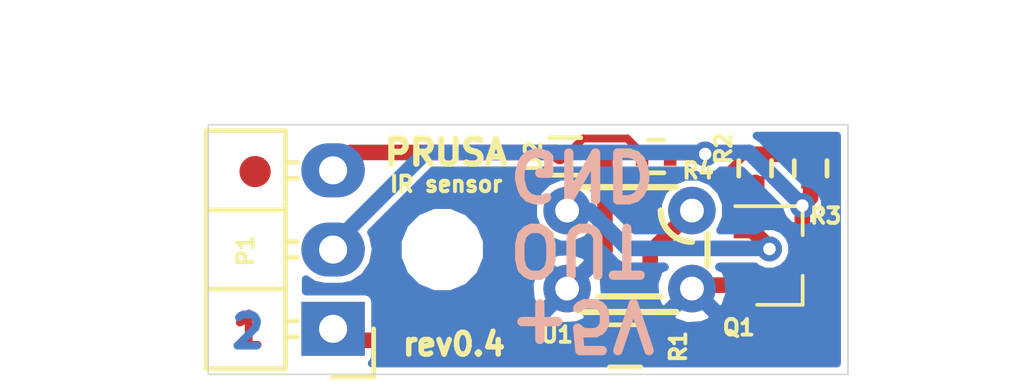
<source format=kicad_pcb>
(kicad_pcb (version 20171130) (host pcbnew 5.1.6~rc1+dfsg1-1)

  (general
    (thickness 1.6)
    (drawings 12)
    (tracks 53)
    (zones 0)
    (modules 11)
    (nets 7)
  )

  (page A4)
  (title_block
    (title "IR sensor")
    (rev 0.4)
    (company "Prusa Development a.s.")
    (comment 1 http://creativecommons.org/licenses/by-sa/4.0/)
    (comment 2 "Licensed under the Attribution-ShareAlike 4.0 International (CC BY-SA 4.0)")
  )

  (layers
    (0 F.Cu signal)
    (31 B.Cu signal)
    (32 B.Adhes user)
    (33 F.Adhes user)
    (34 B.Paste user)
    (35 F.Paste user)
    (36 B.SilkS user hide)
    (37 F.SilkS user)
    (38 B.Mask user)
    (39 F.Mask user)
    (40 Dwgs.User user)
    (41 Cmts.User user)
    (42 Eco1.User user)
    (43 Eco2.User user)
    (44 Edge.Cuts user)
    (45 Margin user)
    (46 B.CrtYd user hide)
    (47 F.CrtYd user)
    (48 B.Fab user hide)
    (49 F.Fab user hide)
  )

  (setup
    (last_trace_width 0.25)
    (user_trace_width 0.2)
    (user_trace_width 0.5)
    (trace_clearance 0.2)
    (zone_clearance 0.2)
    (zone_45_only no)
    (trace_min 0.2)
    (via_size 0.8)
    (via_drill 0.4)
    (via_min_size 0.4)
    (via_min_drill 0.3)
    (user_via 1.2 0.5)
    (uvia_size 0.3)
    (uvia_drill 0.1)
    (uvias_allowed no)
    (uvia_min_size 0.2)
    (uvia_min_drill 0.1)
    (edge_width 0.05)
    (segment_width 0.2)
    (pcb_text_width 0.3)
    (pcb_text_size 1.5 1.5)
    (mod_edge_width 0.12)
    (mod_text_size 1 1)
    (mod_text_width 0.15)
    (pad_size 2.032 1.7272)
    (pad_drill 0.9)
    (pad_to_mask_clearance 0.02)
    (solder_mask_min_width 0.25)
    (aux_axis_origin 0 0)
    (visible_elements FFFFFF7F)
    (pcbplotparams
      (layerselection 0x010f8_ffffffff)
      (usegerberextensions true)
      (usegerberattributes false)
      (usegerberadvancedattributes false)
      (creategerberjobfile false)
      (excludeedgelayer true)
      (linewidth 0.100000)
      (plotframeref false)
      (viasonmask false)
      (mode 1)
      (useauxorigin false)
      (hpglpennumber 1)
      (hpglpenspeed 20)
      (hpglpendiameter 15.000000)
      (psnegative false)
      (psa4output false)
      (plotreference true)
      (plotvalue true)
      (plotinvisibletext false)
      (padsonsilk false)
      (subtractmaskfromsilk false)
      (outputformat 1)
      (mirror false)
      (drillshape 0)
      (scaleselection 1)
      (outputdirectory "gerber/"))
  )

  (net 0 "")
  (net 1 "Net-(P1-Pad1)")
  (net 2 "Net-(P1-Pad2)")
  (net 3 "Net-(R1-Pad1)")
  (net 4 "Net-(Q1-Pad1)")
  (net 5 "Net-(D2-Pad1)")
  (net 6 /GND)

  (net_class Default "Toto je výchozí třída sítě."
    (clearance 0.2)
    (trace_width 0.25)
    (via_dia 0.8)
    (via_drill 0.4)
    (uvia_dia 0.3)
    (uvia_drill 0.1)
    (add_net /GND)
    (add_net "Net-(D2-Pad1)")
    (add_net "Net-(P1-Pad1)")
    (add_net "Net-(P1-Pad2)")
    (add_net "Net-(Q1-Pad1)")
    (add_net "Net-(R1-Pad1)")
  )

  (module Resistors_SMD:R_0402 (layer F.Cu) (tedit 58307A8A) (tstamp 5D1DAE39)
    (at 14.351 -6.985)
    (descr "Resistor SMD 0402, reflow soldering, Vishay (see dcrcw.pdf)")
    (tags "resistor 0402")
    (path /5D1DA941)
    (attr smd)
    (fp_text reference R4 (at 1.3462 0.4572) (layer F.SilkS)
      (effects (font (size 0.5 0.5) (thickness 0.15)))
    )
    (fp_text value 56k (at 0 1.8) (layer F.Fab)
      (effects (font (size 1 1) (thickness 0.15)))
    )
    (fp_line (start -0.5 0.25) (end -0.5 -0.25) (layer F.Fab) (width 0.1))
    (fp_line (start 0.5 0.25) (end -0.5 0.25) (layer F.Fab) (width 0.1))
    (fp_line (start 0.5 -0.25) (end 0.5 0.25) (layer F.Fab) (width 0.1))
    (fp_line (start -0.5 -0.25) (end 0.5 -0.25) (layer F.Fab) (width 0.1))
    (fp_line (start -0.95 -0.65) (end 0.95 -0.65) (layer F.CrtYd) (width 0.05))
    (fp_line (start -0.95 0.65) (end 0.95 0.65) (layer F.CrtYd) (width 0.05))
    (fp_line (start -0.95 -0.65) (end -0.95 0.65) (layer F.CrtYd) (width 0.05))
    (fp_line (start 0.95 -0.65) (end 0.95 0.65) (layer F.CrtYd) (width 0.05))
    (fp_line (start 0.25 -0.525) (end -0.25 -0.525) (layer F.SilkS) (width 0.15))
    (fp_line (start -0.25 0.525) (end 0.25 0.525) (layer F.SilkS) (width 0.15))
    (pad 1 smd rect (at -0.45 0) (size 0.4 0.6) (layers F.Cu F.Paste F.Mask)
      (net 5 "Net-(D2-Pad1)"))
    (pad 2 smd rect (at 0.45 0) (size 0.4 0.6) (layers F.Cu F.Paste F.Mask)
      (net 2 "Net-(P1-Pad2)"))
    (model ${KISYS3DMOD}/Resistor_SMD.3dshapes/R_0402_1005Metric.step
      (at (xyz 0 0 0))
      (scale (xyz 1 1 1))
      (rotate (xyz 0 0 0))
    )
  )

  (module Resistors_SMD:R_0402 (layer F.Cu) (tedit 58307A8A) (tstamp 5D1DAE2A)
    (at 19.304 -6.604 90)
    (descr "Resistor SMD 0402, reflow soldering, Vishay (see dcrcw.pdf)")
    (tags "resistor 0402")
    (path /5BE2C39F)
    (attr smd)
    (fp_text reference R3 (at -1.524 0.4826 180) (layer F.SilkS)
      (effects (font (size 0.5 0.5) (thickness 0.15)))
    )
    (fp_text value 10k (at 0 1.8 90) (layer F.Fab)
      (effects (font (size 1 1) (thickness 0.15)))
    )
    (fp_line (start -0.25 0.525) (end 0.25 0.525) (layer F.SilkS) (width 0.15))
    (fp_line (start 0.25 -0.525) (end -0.25 -0.525) (layer F.SilkS) (width 0.15))
    (fp_line (start 0.95 -0.65) (end 0.95 0.65) (layer F.CrtYd) (width 0.05))
    (fp_line (start -0.95 -0.65) (end -0.95 0.65) (layer F.CrtYd) (width 0.05))
    (fp_line (start -0.95 0.65) (end 0.95 0.65) (layer F.CrtYd) (width 0.05))
    (fp_line (start -0.95 -0.65) (end 0.95 -0.65) (layer F.CrtYd) (width 0.05))
    (fp_line (start -0.5 -0.25) (end 0.5 -0.25) (layer F.Fab) (width 0.1))
    (fp_line (start 0.5 -0.25) (end 0.5 0.25) (layer F.Fab) (width 0.1))
    (fp_line (start 0.5 0.25) (end -0.5 0.25) (layer F.Fab) (width 0.1))
    (fp_line (start -0.5 0.25) (end -0.5 -0.25) (layer F.Fab) (width 0.1))
    (pad 2 smd rect (at 0.45 0 90) (size 0.4 0.6) (layers F.Cu F.Paste F.Mask)
      (net 1 "Net-(P1-Pad1)"))
    (pad 1 smd rect (at -0.45 0 90) (size 0.4 0.6) (layers F.Cu F.Paste F.Mask)
      (net 2 "Net-(P1-Pad2)"))
    (model ${KISYS3DMOD}/Resistor_SMD.3dshapes/R_0402_1005Metric.step
      (at (xyz 0 0 0))
      (scale (xyz 1 1 1))
      (rotate (xyz 0 0 0))
    )
  )

  (module Resistors_SMD:R_0402 (layer F.Cu) (tedit 58307A8A) (tstamp 5D1DB41E)
    (at 17.526 -6.604 270)
    (descr "Resistor SMD 0402, reflow soldering, Vishay (see dcrcw.pdf)")
    (tags "resistor 0402")
    (path /5BD6C176)
    (attr smd)
    (fp_text reference R2 (at -0.635 1.016 270) (layer F.SilkS)
      (effects (font (size 0.5 0.5) (thickness 0.15)))
    )
    (fp_text value 10k (at 0 1.8 270) (layer F.Fab)
      (effects (font (size 1 1) (thickness 0.15)))
    )
    (fp_line (start -0.5 0.25) (end -0.5 -0.25) (layer F.Fab) (width 0.1))
    (fp_line (start 0.5 0.25) (end -0.5 0.25) (layer F.Fab) (width 0.1))
    (fp_line (start 0.5 -0.25) (end 0.5 0.25) (layer F.Fab) (width 0.1))
    (fp_line (start -0.5 -0.25) (end 0.5 -0.25) (layer F.Fab) (width 0.1))
    (fp_line (start -0.95 -0.65) (end 0.95 -0.65) (layer F.CrtYd) (width 0.05))
    (fp_line (start -0.95 0.65) (end 0.95 0.65) (layer F.CrtYd) (width 0.05))
    (fp_line (start -0.95 -0.65) (end -0.95 0.65) (layer F.CrtYd) (width 0.05))
    (fp_line (start 0.95 -0.65) (end 0.95 0.65) (layer F.CrtYd) (width 0.05))
    (fp_line (start 0.25 -0.525) (end -0.25 -0.525) (layer F.SilkS) (width 0.15))
    (fp_line (start -0.25 0.525) (end 0.25 0.525) (layer F.SilkS) (width 0.15))
    (pad 1 smd rect (at -0.45 0 270) (size 0.4 0.6) (layers F.Cu F.Paste F.Mask)
      (net 1 "Net-(P1-Pad1)"))
    (pad 2 smd rect (at 0.45 0 270) (size 0.4 0.6) (layers F.Cu F.Paste F.Mask)
      (net 4 "Net-(Q1-Pad1)"))
    (model ${KISYS3DMOD}/Resistor_SMD.3dshapes/R_0402_1005Metric.step
      (at (xyz 0 0 0))
      (scale (xyz 1 1 1))
      (rotate (xyz 0 0 0))
    )
  )

  (module ok1hra:SOD-523-ShortSilk (layer F.Cu) (tedit 5C9A2AB3) (tstamp 5D0CDF26)
    (at 11.938 -6.985)
    (descr "http://www.diodes.com/datasheets/ap02001.pdf p.144")
    (tags "Diode SOD523")
    (path /5D0C3FD7)
    (attr smd)
    (fp_text reference D2 (at -1.524 0 90) (layer F.SilkS)
      (effects (font (size 0.5 0.5) (thickness 0.15)))
    )
    (fp_text value BAT54KFILM (at 0 1.7) (layer F.Fab)
      (effects (font (size 1 1) (thickness 0.15)))
    )
    (fp_line (start -0.01 0.6) (end -1 0.6) (layer F.SilkS) (width 0.15))
    (fp_line (start 0.000199 -0.6) (end -1 -0.6) (layer F.SilkS) (width 0.15))
    (fp_line (start 0.6 0.4) (end -0.6 0.4) (layer F.Fab) (width 0.15))
    (fp_line (start -0.6 0.4) (end -0.6 -0.4) (layer F.Fab) (width 0.15))
    (fp_line (start -0.6 -0.4) (end 0.6 -0.4) (layer F.Fab) (width 0.15))
    (fp_line (start 0.6 -0.4) (end 0.6 0.4) (layer F.Fab) (width 0.15))
    (fp_line (start -0.2 0.2) (end -0.2 -0.2) (layer F.Fab) (width 0.15))
    (fp_line (start -0.2 0) (end -0.35 0) (layer F.Fab) (width 0.15))
    (fp_line (start -0.2 0) (end 0.1 0.2) (layer F.Fab) (width 0.15))
    (fp_line (start 0.1 0.2) (end 0.1 -0.2) (layer F.Fab) (width 0.15))
    (fp_line (start 0.1 -0.2) (end -0.2 0) (layer F.Fab) (width 0.15))
    (fp_line (start 0.1 0) (end 0.25 0) (layer F.Fab) (width 0.15))
    (fp_line (start 1.25 0.75) (end -1.25 0.75) (layer F.CrtYd) (width 0.05))
    (fp_line (start -1.25 0.75) (end -1.25 -0.75) (layer F.CrtYd) (width 0.05))
    (fp_line (start -1.25 -0.75) (end 1.25 -0.75) (layer F.CrtYd) (width 0.05))
    (fp_line (start 1.25 -0.75) (end 1.25 0.75) (layer F.CrtYd) (width 0.05))
    (pad 1 smd rect (at -0.675 0 180) (size 0.65 0.3) (layers F.Cu F.Paste F.Mask)
      (net 5 "Net-(D2-Pad1)"))
    (pad 2 smd rect (at 0.675 0 180) (size 0.65 0.3) (layers F.Cu F.Paste F.Mask)
      (net 6 /GND))
    (model ${KISYS3DMOD}/Diode_SMD.3dshapes/D_SOD-523.step
      (at (xyz 0 0 0))
      (scale (xyz 1 1 1))
      (rotate (xyz 0 0 0))
    )
  )

  (module Fiducials:Fiducial_1mm_Dia_2.54mm_Outer_CopperTop locked (layer F.Cu) (tedit 0) (tstamp 5C1CE6B1)
    (at 19 -1.5)
    (descr "Circular Fiducial, 1mm bare copper top; 2.54mm keepout")
    (tags marker)
    (attr virtual)
    (fp_text reference REF** (at 3.4 0.7) (layer F.SilkS) hide
      (effects (font (size 0.5 0.5) (thickness 0.15)))
    )
    (fp_text value Fiducial_1mm_Dia_2.54mm_Outer_CopperTop (at 0 -1.8) (layer F.Fab)
      (effects (font (size 1 1) (thickness 0.15)))
    )
    (fp_circle (center 0 0) (end 1.55 0) (layer F.CrtYd) (width 0.05))
    (pad ~ smd circle (at 0 0) (size 1 1) (layers F.Cu F.Mask)
      (solder_mask_margin 0.77) (clearance 0.77))
  )

  (module TO_SOT_Packages_SMD:SOT-23 (layer F.Cu) (tedit 583F39EB) (tstamp 5BE18B2F)
    (at 18.288 -3.81)
    (descr "SOT-23, Standard")
    (tags SOT-23)
    (path /5BE32902)
    (attr smd)
    (fp_text reference Q1 (at -1.288 2.31 180) (layer F.SilkS)
      (effects (font (size 0.5 0.5) (thickness 0.15)))
    )
    (fp_text value 2N7002KT1G (at 0 2.5) (layer F.Fab)
      (effects (font (size 1 1) (thickness 0.15)))
    )
    (fp_line (start 0.76 1.58) (end -0.7 1.58) (layer F.SilkS) (width 0.12))
    (fp_line (start -0.7 -1.52) (end -0.7 1.52) (layer F.Fab) (width 0.15))
    (fp_line (start -0.7 -1.52) (end 0.7 -1.52) (layer F.Fab) (width 0.15))
    (fp_line (start 0.76 -1.58) (end -1.4 -1.58) (layer F.SilkS) (width 0.12))
    (fp_line (start -1.7 1.75) (end -1.7 -1.75) (layer F.CrtYd) (width 0.05))
    (fp_line (start 1.7 1.75) (end -1.7 1.75) (layer F.CrtYd) (width 0.05))
    (fp_line (start 1.7 -1.75) (end 1.7 1.75) (layer F.CrtYd) (width 0.05))
    (fp_line (start -1.7 -1.75) (end 1.7 -1.75) (layer F.CrtYd) (width 0.05))
    (fp_line (start -0.7 1.52) (end 0.7 1.52) (layer F.Fab) (width 0.15))
    (fp_line (start 0.7 -1.52) (end 0.7 1.52) (layer F.Fab) (width 0.15))
    (fp_line (start 0.76 -1.58) (end 0.76 -0.65) (layer F.SilkS) (width 0.12))
    (fp_line (start 0.76 1.58) (end 0.76 0.65) (layer F.SilkS) (width 0.12))
    (pad 3 smd rect (at 1 0) (size 0.9 0.8) (layers F.Cu F.Paste F.Mask)
      (net 2 "Net-(P1-Pad2)"))
    (pad 2 smd rect (at -1 0.95) (size 0.9 0.8) (layers F.Cu F.Paste F.Mask)
      (net 6 /GND))
    (pad 1 smd rect (at -1 -0.95) (size 0.9 0.8) (layers F.Cu F.Paste F.Mask)
      (net 4 "Net-(Q1-Pad1)"))
    (model ${KISYS3DMOD}/Package_TO_SOT_SMD.3dshapes/SOT-23.step
      (at (xyz 0 0 0))
      (scale (xyz 1 1 1))
      (rotate (xyz 0 0 0))
    )
  )

  (module Mounting_Holes:MountingHole_2.2mm_M2 locked (layer F.Cu) (tedit 56D1B4CB) (tstamp 5BDDDE11)
    (at 7.5 -4)
    (descr "Mounting Hole 2.2mm, no annular, M2")
    (tags "mounting hole 2.2mm no annular m2")
    (attr virtual)
    (fp_text reference REF** (at 0 -3.2) (layer F.SilkS) hide
      (effects (font (size 0.5 0.5) (thickness 0.15)))
    )
    (fp_text value MountingHole_2.2mm_M2 (at 0 3.2) (layer F.Fab)
      (effects (font (size 1 1) (thickness 0.15)))
    )
    (fp_circle (center 0 0) (end 2.45 0) (layer F.CrtYd) (width 0.05))
    (fp_circle (center 0 0) (end 2.2 0) (layer Cmts.User) (width 0.15))
    (pad 1 np_thru_hole circle (at 0 0) (size 2.2 2.2) (drill 2.2) (layers *.Cu *.Mask))
  )

  (module ok1hra:IR-EE-SX1103 (layer F.Cu) (tedit 5BE00A7C) (tstamp 5BDF18B2)
    (at 13.5 -4 180)
    (path /5BD7084A)
    (fp_text reference U1 (at 2.324 -2.73 180) (layer F.SilkS)
      (effects (font (size 0.5 0.5) (thickness 0.15)))
    )
    (fp_text value EE-SX1103 (at 0 0 180) (layer F.Fab)
      (effects (font (size 0.5 0.5) (thickness 0.125)))
    )
    (fp_line (start -2.921 2.159) (end -2.921 -2.159) (layer F.CrtYd) (width 0.1))
    (fp_line (start 2.921 2.159) (end -2.921 2.159) (layer F.CrtYd) (width 0.1))
    (fp_line (start 2.921 -2.159) (end 2.921 2.159) (layer F.CrtYd) (width 0.1))
    (fp_line (start -2.921 -2.159) (end 2.921 -2.159) (layer F.CrtYd) (width 0.1))
    (fp_line (start -1 -1.5) (end 1 -1.5) (layer F.SilkS) (width 0.2))
    (fp_line (start -2.5 -0.5) (end -2.5 0.5) (layer F.SilkS) (width 0.2))
    (fp_line (start 1.5 2) (end -1.5 2) (layer F.SilkS) (width 0.2))
    (fp_line (start 2.5 -0.5) (end 2.5 0.5) (layer F.SilkS) (width 0.2))
    (fp_line (start -1.5 -2) (end 1.5 -2) (layer F.SilkS) (width 0.2))
    (fp_arc (start -2 1.25) (end -1 1.25) (angle -90) (layer F.SilkS) (width 0.2))
    (pad 3 thru_hole circle (at 2 -1.25 180) (size 1.524 1.524) (drill 0.762) (layers *.Cu *.Mask)
      (net 6 /GND))
    (pad 4 thru_hole circle (at 2 1.25 180) (size 1.524 1.524) (drill 0.762) (layers *.Cu *.Mask)
      (net 4 "Net-(Q1-Pad1)"))
    (pad 1 thru_hole circle (at -2 1.25 180) (size 1.524 1.524) (drill 0.762) (layers *.Cu *.Mask)
      (net 3 "Net-(R1-Pad1)"))
    (pad 2 thru_hole circle (at -2 -1.25 180) (size 1.524 1.524) (drill 0.762) (layers *.Cu *.Mask)
      (net 6 /GND))
    (model /home/dan/kicad/hra/lib/ok1hra3d/EE-SX1103.step
      (offset (xyz -2.5 -2 0))
      (scale (xyz 1 1 1))
      (rotate (xyz 0 0 0))
    )
  )

  (module Pin_Headers:Pin_Header_Angled_1x03 (layer F.Cu) (tedit 5DC2C4BD) (tstamp 5BE1B3CB)
    (at 4 -1.46 180)
    (descr "Through hole pin header")
    (tags "pin header")
    (path /5BD70990)
    (fp_text reference P1 (at 2.8028 2.507 270) (layer F.SilkS)
      (effects (font (size 0.5 0.5) (thickness 0.15)))
    )
    (fp_text value CONN_01X03 (at 0 -3.1 180) (layer F.Fab)
      (effects (font (size 1 1) (thickness 0.15)))
    )
    (fp_line (start -1.5 -1.75) (end -1.5 6.85) (layer F.CrtYd) (width 0.05))
    (fp_line (start 10.65 -1.75) (end 10.65 6.85) (layer F.CrtYd) (width 0.05))
    (fp_line (start -1.5 -1.75) (end 10.65 -1.75) (layer F.CrtYd) (width 0.05))
    (fp_line (start -1.5 6.85) (end 10.65 6.85) (layer F.CrtYd) (width 0.05))
    (fp_line (start -1.3 -1.55) (end -1.3 0) (layer F.SilkS) (width 0.15))
    (fp_line (start 0 -1.55) (end -1.3 -1.55) (layer F.SilkS) (width 0.15))
    (fp_line (start 1.524 -0.254) (end 1.143 -0.254) (layer F.SilkS) (width 0.15))
    (fp_line (start 1.524 0.254) (end 1.143 0.254) (layer F.SilkS) (width 0.15))
    (fp_line (start 1.524 2.286) (end 1.143 2.286) (layer F.SilkS) (width 0.15))
    (fp_line (start 1.524 2.794) (end 1.143 2.794) (layer F.SilkS) (width 0.15))
    (fp_line (start 1.524 4.826) (end 1.143 4.826) (layer F.SilkS) (width 0.15))
    (fp_line (start 1.524 5.334) (end 1.143 5.334) (layer F.SilkS) (width 0.15))
    (fp_line (start 4.064 1.27) (end 4.064 -1.27) (layer F.SilkS) (width 0.15))
    (fp_line (start 1.524 1.27) (end 4.064 1.27) (layer F.SilkS) (width 0.15))
    (fp_line (start 1.524 -1.27) (end 1.524 1.27) (layer F.SilkS) (width 0.15))
    (fp_line (start 1.524 -1.27) (end 4.064 -1.27) (layer F.SilkS) (width 0.15))
    (fp_line (start 1.524 3.81) (end 4.064 3.81) (layer F.SilkS) (width 0.15))
    (fp_line (start 1.524 3.81) (end 1.524 6.35) (layer F.SilkS) (width 0.15))
    (fp_line (start 4.064 6.35) (end 4.064 3.81) (layer F.SilkS) (width 0.15))
    (fp_line (start 4.064 3.81) (end 4.064 1.27) (layer F.SilkS) (width 0.15))
    (fp_line (start 1.524 3.81) (end 4.064 3.81) (layer F.SilkS) (width 0.15))
    (fp_line (start 1.524 1.27) (end 1.524 3.81) (layer F.SilkS) (width 0.15))
    (fp_line (start 1.524 1.27) (end 4.064 1.27) (layer F.SilkS) (width 0.15))
    (fp_line (start 1.524 6.35) (end 4.064 6.35) (layer F.SilkS) (width 0.15))
    (pad 1 thru_hole rect (at 0 0 180) (size 2.032 1.7272) (drill 0.9) (layers *.Cu *.Mask)
      (net 1 "Net-(P1-Pad1)"))
    (pad 2 thru_hole oval (at 0 2.54 180) (size 2.032 1.7272) (drill 0.9) (layers *.Cu *.Mask)
      (net 2 "Net-(P1-Pad2)"))
    (pad 3 thru_hole oval (at 0 5.08 180) (size 2.032 1.7272) (drill 0.9) (layers *.Cu *.Mask)
      (net 5 "Net-(D2-Pad1)"))
    (model ${KISYS3DMOD}/Connector_PinHeader_2.54mm.3dshapes/PinHeader_1x03_P2.54mm_Horizontal.step
      (at (xyz 0 0 0))
      (scale (xyz 1 1 1))
      (rotate (xyz 0 0 0))
    )
  )

  (module Resistors_SMD:R_0603 (layer F.Cu) (tedit 58307A47) (tstamp 5BDDD3B4)
    (at 13.3604 -0.9144 180)
    (descr "Resistor SMD 0603, reflow soldering, Vishay (see dcrcw.pdf)")
    (tags "resistor 0603")
    (path /5BD709E3)
    (attr smd)
    (fp_text reference R1 (at -1.7018 -0.0244 270) (layer F.SilkS)
      (effects (font (size 0.5 0.5) (thickness 0.15)))
    )
    (fp_text value 330R (at 0 1.9 180) (layer F.Fab)
      (effects (font (size 1 1) (thickness 0.15)))
    )
    (fp_line (start -0.8 0.4) (end -0.8 -0.4) (layer F.Fab) (width 0.1))
    (fp_line (start 0.8 0.4) (end -0.8 0.4) (layer F.Fab) (width 0.1))
    (fp_line (start 0.8 -0.4) (end 0.8 0.4) (layer F.Fab) (width 0.1))
    (fp_line (start -0.8 -0.4) (end 0.8 -0.4) (layer F.Fab) (width 0.1))
    (fp_line (start -1.3 -0.8) (end 1.3 -0.8) (layer F.CrtYd) (width 0.05))
    (fp_line (start -1.3 0.8) (end 1.3 0.8) (layer F.CrtYd) (width 0.05))
    (fp_line (start -1.3 -0.8) (end -1.3 0.8) (layer F.CrtYd) (width 0.05))
    (fp_line (start 1.3 -0.8) (end 1.3 0.8) (layer F.CrtYd) (width 0.05))
    (fp_line (start 0.5 0.675) (end -0.5 0.675) (layer F.SilkS) (width 0.15))
    (fp_line (start -0.5 -0.675) (end 0.5 -0.675) (layer F.SilkS) (width 0.15))
    (pad 1 smd rect (at -0.75 0 180) (size 0.5 0.9) (layers F.Cu F.Paste F.Mask)
      (net 3 "Net-(R1-Pad1)"))
    (pad 2 smd rect (at 0.75 0 180) (size 0.5 0.9) (layers F.Cu F.Paste F.Mask)
      (net 1 "Net-(P1-Pad1)"))
    (model ${KISYS3DMOD}/Resistor_SMD.3dshapes/R_0603_1608Metric.step
      (at (xyz 0 0 0))
      (scale (xyz 1 1 1))
      (rotate (xyz 0 0 0))
    )
  )

  (module Fiducials:Fiducial_1mm_Dia_2.54mm_Outer_CopperTop locked (layer F.Cu) (tedit 0) (tstamp 5C1CE60C)
    (at 1.5 -6.5)
    (descr "Circular Fiducial, 1mm bare copper top; 2.54mm keepout")
    (tags marker)
    (attr virtual)
    (fp_text reference REF** (at 3.4 0.7) (layer F.SilkS) hide
      (effects (font (size 0.5 0.5) (thickness 0.15)))
    )
    (fp_text value Fiducial_1mm_Dia_2.54mm_Outer_CopperTop (at 0 -1.8) (layer F.Fab)
      (effects (font (size 1 1) (thickness 0.15)))
    )
    (fp_circle (center 0 0) (end 1.55 0) (layer F.CrtYd) (width 0.05))
    (pad ~ smd circle (at 0 0) (size 1 1) (layers F.Cu F.Mask)
      (solder_mask_margin 0.77) (clearance 0.77))
  )

  (gr_text 2 (at 1.27 -1.3716) (layer B.Cu)
    (effects (font (size 1 1) (thickness 0.25)))
  )
  (gr_text 1 (at 1.2954 -1.397) (layer F.Cu)
    (effects (font (size 1 1) (thickness 0.25)))
  )
  (gr_text rev0.4 (at 7.874 -0.9652) (layer F.SilkS) (tstamp 5BE18FD3)
    (effects (font (size 0.7 0.7) (thickness 0.175)))
  )
  (gr_text "IR sensor" (at 7.62 -6.096) (layer F.SilkS) (tstamp 5BDC1B52)
    (effects (font (size 0.5 0.5) (thickness 0.125)))
  )
  (gr_text PRUSA (at 7.62 -7.112) (layer F.SilkS)
    (effects (font (size 0.8 0.8) (thickness 0.2)))
  )
  (gr_text "+5V\nOUT\nGND" (at 9.5 -4 180) (layer B.SilkS)
    (effects (font (size 1.5 1.5) (thickness 0.3)) (justify left mirror))
  )
  (dimension 20.5 (width 0.15) (layer Margin)
    (gr_text "20,500 mm" (at 10.25 -11.3) (layer Margin)
      (effects (font (size 1 1) (thickness 0.15)))
    )
    (feature1 (pts (xy 20.5 -8) (xy 20.5 -10.586421)))
    (feature2 (pts (xy 0 -8) (xy 0 -10.586421)))
    (crossbar (pts (xy 0 -10) (xy 20.5 -10)))
    (arrow1a (pts (xy 20.5 -10) (xy 19.373496 -9.413579)))
    (arrow1b (pts (xy 20.5 -10) (xy 19.373496 -10.586421)))
    (arrow2a (pts (xy 0 -10) (xy 1.126504 -9.413579)))
    (arrow2b (pts (xy 0 -10) (xy 1.126504 -10.586421)))
  )
  (dimension 8 (width 0.15) (layer Margin)
    (gr_text "8,000 mm" (at 24.8 -4 90) (layer Margin)
      (effects (font (size 1 1) (thickness 0.15)))
    )
    (feature1 (pts (xy 20.5 -8) (xy 24.086421 -8)))
    (feature2 (pts (xy 20.5 0) (xy 24.086421 0)))
    (crossbar (pts (xy 23.5 0) (xy 23.5 -8)))
    (arrow1a (pts (xy 23.5 -8) (xy 24.086421 -6.873496)))
    (arrow1b (pts (xy 23.5 -8) (xy 22.913579 -6.873496)))
    (arrow2a (pts (xy 23.5 0) (xy 24.086421 -1.126504)))
    (arrow2b (pts (xy 23.5 0) (xy 22.913579 -1.126504)))
  )
  (gr_line (start 0 0) (end 0 -8) (layer Edge.Cuts) (width 0.05))
  (gr_line (start 20.5 0) (end 0 0) (layer Edge.Cuts) (width 0.05))
  (gr_line (start 20.5 -8) (end 20.5 0) (layer Edge.Cuts) (width 0.05))
  (gr_line (start 0 -8) (end 20.5 -8) (layer Edge.Cuts) (width 0.05))

  (segment (start 12.4326 -1.0922) (end 12.6104 -0.9144) (width 0.5) (layer F.Cu) (net 1))
  (segment (start 4.3678 -1.0922) (end 12.4326 -1.0922) (width 0.5) (layer F.Cu) (net 1))
  (segment (start 4 -1.46) (end 4.3678 -1.0922) (width 0.5) (layer F.Cu) (net 1))
  (segment (start 19.304 -7.054) (end 17.526 -7.054) (width 0.5) (layer F.Cu) (net 1))
  (segment (start 13.4366 -2.4406) (end 12.6104 -1.6144) (width 0.25) (layer F.Cu) (net 1))
  (segment (start 13.4366 -5.0546) (end 13.4366 -2.4406) (width 0.25) (layer F.Cu) (net 1))
  (segment (start 12.6104 -1.6144) (end 12.6104 -0.9144) (width 0.25) (layer F.Cu) (net 1))
  (segment (start 14.719001 -6.337001) (end 13.4366 -5.0546) (width 0.25) (layer F.Cu) (net 1))
  (segment (start 17.214 -7.054) (end 16.497001 -6.337001) (width 0.25) (layer F.Cu) (net 1))
  (segment (start 17.526 -7.054) (end 17.214 -7.054) (width 0.25) (layer F.Cu) (net 1))
  (segment (start 16.497001 -6.337001) (end 14.719001 -6.337001) (width 0.25) (layer F.Cu) (net 1))
  (segment (start 19.038 -4.06) (end 19.288 -3.81) (width 0.5) (layer F.Cu) (net 2))
  (segment (start 19.038 -5.4102) (end 19.038 -4.06) (width 0.5) (layer F.Cu) (net 2))
  (via (at 19.038 -5.4102) (size 0.8) (drill 0.4) (layers F.Cu B.Cu) (net 2))
  (segment (start 19.304 -5.6762) (end 19.038 -5.4102) (width 0.5) (layer F.Cu) (net 2))
  (segment (start 19.304 -6.154) (end 19.304 -5.6762) (width 0.5) (layer F.Cu) (net 2))
  (via (at 15.924459 -7.062012) (size 0.8) (drill 0.4) (layers F.Cu B.Cu) (net 2))
  (segment (start 15.847447 -6.985) (end 15.924459 -7.062012) (width 0.25) (layer F.Cu) (net 2))
  (segment (start 14.801 -6.985) (end 15.847447 -6.985) (width 0.25) (layer F.Cu) (net 2))
  (segment (start 15.924459 -7.059859) (end 15.7226 -6.858) (width 0.25) (layer B.Cu) (net 2))
  (segment (start 15.924459 -7.062012) (end 15.924459 -7.059859) (width 0.25) (layer B.Cu) (net 2))
  (segment (start 17.3362 -7.112) (end 19.038 -5.4102) (width 0.5) (layer B.Cu) (net 2))
  (segment (start 6.9596 -7.112) (end 17.3362 -7.112) (width 0.5) (layer B.Cu) (net 2))
  (segment (start 4 -4.1524) (end 6.9596 -7.112) (width 0.5) (layer B.Cu) (net 2))
  (segment (start 4 -4) (end 4 -4.1524) (width 0.5) (layer B.Cu) (net 2))
  (segment (start 14.738001 -4.488001) (end 15.5 -5.25) (width 0.5) (layer F.Cu) (net 3))
  (segment (start 14.162011 -3.912011) (end 14.738001 -4.488001) (width 0.5) (layer F.Cu) (net 3))
  (segment (start 14.1104 -0.9144) (end 14.1104 -1.8644) (width 0.5) (layer F.Cu) (net 3))
  (segment (start 14.1104 -1.8644) (end 14.162011 -1.916011) (width 0.5) (layer F.Cu) (net 3))
  (segment (start 14.162011 -1.916011) (end 14.162011 -3.912011) (width 0.5) (layer F.Cu) (net 3))
  (via (at 17.98504 -4.020903) (size 0.8) (drill 0.4) (layers F.Cu B.Cu) (net 4))
  (segment (start 17.98504 -4.06296) (end 17.288 -4.76) (width 0.5) (layer F.Cu) (net 4))
  (segment (start 17.98504 -4.020903) (end 17.98504 -4.06296) (width 0.5) (layer F.Cu) (net 4))
  (segment (start 17.526 -4.998) (end 17.288 -4.76) (width 0.5) (layer F.Cu) (net 4))
  (segment (start 17.526 -6.154) (end 17.526 -4.998) (width 0.5) (layer F.Cu) (net 4))
  (segment (start 13.437201 -4.037999) (end 17.967944 -4.037999) (width 0.5) (layer B.Cu) (net 4))
  (segment (start 17.967944 -4.037999) (end 17.98504 -4.020903) (width 0.5) (layer B.Cu) (net 4))
  (segment (start 12.2252 -5.25) (end 13.437201 -4.037999) (width 0.5) (layer B.Cu) (net 4))
  (segment (start 11.5 -5.25) (end 12.2252 -5.25) (width 0.5) (layer B.Cu) (net 4))
  (segment (start 4 -6.54) (end 4.318 -6.858) (width 0.5) (layer F.Cu) (net 5))
  (segment (start 11.136 -7.112) (end 11.263 -6.985) (width 0.5) (layer F.Cu) (net 5))
  (segment (start 4.572 -7.112) (end 11.136 -7.112) (width 0.5) (layer F.Cu) (net 5))
  (segment (start 4 -6.54) (end 4.572 -7.112) (width 0.5) (layer F.Cu) (net 5))
  (segment (start 13.901 -7.085) (end 13.901 -6.985) (width 0.25) (layer F.Cu) (net 5))
  (segment (start 11.263 -6.985) (end 11.438 -6.985) (width 0.25) (layer F.Cu) (net 5))
  (segment (start 11.438 -6.985) (end 12.013008 -7.560008) (width 0.25) (layer F.Cu) (net 5))
  (segment (start 12.013008 -7.560008) (end 13.425992 -7.560008) (width 0.25) (layer F.Cu) (net 5))
  (segment (start 13.425992 -7.560008) (end 13.901 -7.085) (width 0.25) (layer F.Cu) (net 5))
  (segment (start 15.61 -2.86) (end 15.5 -2.75) (width 0.5) (layer F.Cu) (net 6))
  (segment (start 17.288 -2.86) (end 15.61 -2.86) (width 0.5) (layer F.Cu) (net 6))
  (segment (start 12.712001 -6.885999) (end 12.613 -6.985) (width 0.5) (layer F.Cu) (net 6))
  (segment (start 12.712001 -3.962001) (end 12.712001 -6.885999) (width 0.5) (layer F.Cu) (net 6))
  (segment (start 11.5 -2.75) (end 12.712001 -3.962001) (width 0.5) (layer F.Cu) (net 6))

  (zone (net 6) (net_name /GND) (layer B.Cu) (tstamp 5BDC1CF9) (hatch edge 0.508)
    (connect_pads (clearance 0.2))
    (min_thickness 0.254)
    (fill yes (arc_segments 16) (thermal_gap 0.3) (thermal_bridge_width 0.508))
    (polygon
      (pts
        (xy 3 -8.5) (xy 21 -8.5) (xy 21 0.5) (xy 3 0.5)
      )
    )
    (filled_polygon
      (pts
        (xy 20.148001 -0.352) (xy 5.238814 -0.352) (xy 5.251754 -0.360646) (xy 5.324027 -0.468811) (xy 5.349406 -0.5964)
        (xy 5.349406 -1.883635) (xy 10.81324 -1.883635) (xy 10.894097 -1.699982) (xy 11.342043 -1.548041) (xy 11.814037 -1.579087)
        (xy 12.105903 -1.699982) (xy 12.18676 -1.883635) (xy 14.81324 -1.883635) (xy 14.894097 -1.699982) (xy 15.342043 -1.548041)
        (xy 15.814037 -1.579087) (xy 16.105903 -1.699982) (xy 16.18676 -1.883635) (xy 15.5 -2.570395) (xy 14.81324 -1.883635)
        (xy 12.18676 -1.883635) (xy 11.5 -2.570395) (xy 10.81324 -1.883635) (xy 5.349406 -1.883635) (xy 5.349406 -2.3236)
        (xy 5.324027 -2.451189) (xy 5.251754 -2.559354) (xy 5.143589 -2.631627) (xy 5.016 -2.657006) (xy 3.127 -2.657006)
        (xy 3.127 -3.049567) (xy 3.383051 -2.87848) (xy 3.730338 -2.8094) (xy 4.269662 -2.8094) (xy 4.616949 -2.87848)
        (xy 5.010775 -3.141625) (xy 5.27392 -3.535451) (xy 5.366325 -4) (xy 5.309864 -4.283848) (xy 6.073 -4.283848)
        (xy 6.073 -3.716152) (xy 6.290247 -3.191669) (xy 6.691669 -2.790247) (xy 7.216152 -2.573) (xy 7.783848 -2.573)
        (xy 8.308331 -2.790247) (xy 8.426041 -2.907957) (xy 10.298041 -2.907957) (xy 10.329087 -2.435963) (xy 10.449982 -2.144097)
        (xy 10.633635 -2.06324) (xy 11.320395 -2.75) (xy 11.679605 -2.75) (xy 12.366365 -2.06324) (xy 12.550018 -2.144097)
        (xy 12.701959 -2.592043) (xy 12.670913 -3.064037) (xy 12.550018 -3.355903) (xy 12.366365 -3.43676) (xy 11.679605 -2.75)
        (xy 11.320395 -2.75) (xy 10.633635 -3.43676) (xy 10.449982 -3.355903) (xy 10.298041 -2.907957) (xy 8.426041 -2.907957)
        (xy 8.709753 -3.191669) (xy 8.885667 -3.616365) (xy 10.81324 -3.616365) (xy 11.5 -2.929605) (xy 12.18676 -3.616365)
        (xy 12.105903 -3.800018) (xy 11.657957 -3.951959) (xy 11.185963 -3.920913) (xy 10.894097 -3.800018) (xy 10.81324 -3.616365)
        (xy 8.885667 -3.616365) (xy 8.927 -3.716152) (xy 8.927 -4.283848) (xy 8.709753 -4.808331) (xy 8.308331 -5.209753)
        (xy 7.783848 -5.427) (xy 7.216152 -5.427) (xy 6.691669 -5.209753) (xy 6.290247 -4.808331) (xy 6.073 -4.283848)
        (xy 5.309864 -4.283848) (xy 5.27392 -4.464549) (xy 5.215533 -4.551932) (xy 6.130217 -5.466616) (xy 10.411 -5.466616)
        (xy 10.411 -5.033384) (xy 10.57679 -4.633131) (xy 10.883131 -4.32679) (xy 11.283384 -4.161) (xy 11.716616 -4.161)
        (xy 12.116869 -4.32679) (xy 12.224639 -4.43456) (xy 12.989015 -3.670184) (xy 13.021207 -3.622005) (xy 13.212067 -3.494477)
        (xy 13.380372 -3.460999) (xy 13.4372 -3.449695) (xy 13.494028 -3.460999) (xy 14.609393 -3.460999) (xy 14.633633 -3.436759)
        (xy 14.449982 -3.355903) (xy 14.298041 -2.907957) (xy 14.329087 -2.435963) (xy 14.449982 -2.144097) (xy 14.633635 -2.06324)
        (xy 15.320395 -2.75) (xy 15.306253 -2.764143) (xy 15.485858 -2.943748) (xy 15.5 -2.929605) (xy 15.514143 -2.943748)
        (xy 15.693748 -2.764143) (xy 15.679605 -2.75) (xy 16.366365 -2.06324) (xy 16.550018 -2.144097) (xy 16.701959 -2.592043)
        (xy 16.670913 -3.064037) (xy 16.550018 -3.355903) (xy 16.366367 -3.436759) (xy 16.390607 -3.460999) (xy 17.51681 -3.460999)
        (xy 17.573227 -3.404582) (xy 17.840431 -3.293903) (xy 18.129649 -3.293903) (xy 18.396853 -3.404582) (xy 18.601361 -3.60909)
        (xy 18.71204 -3.876294) (xy 18.71204 -4.165512) (xy 18.601361 -4.432716) (xy 18.396853 -4.637224) (xy 18.129649 -4.747903)
        (xy 17.840431 -4.747903) (xy 17.573227 -4.637224) (xy 17.551002 -4.614999) (xy 16.405078 -4.614999) (xy 16.42321 -4.633131)
        (xy 16.589 -5.033384) (xy 16.589 -5.466616) (xy 16.42321 -5.866869) (xy 16.116869 -6.17321) (xy 15.716616 -6.339)
        (xy 15.283384 -6.339) (xy 14.883131 -6.17321) (xy 14.57679 -5.866869) (xy 14.411 -5.466616) (xy 14.411 -5.033384)
        (xy 14.57679 -4.633131) (xy 14.594922 -4.614999) (xy 13.676202 -4.614999) (xy 12.673388 -5.617812) (xy 12.641194 -5.665994)
        (xy 12.454838 -5.790513) (xy 12.42321 -5.866869) (xy 12.116869 -6.17321) (xy 11.716616 -6.339) (xy 11.283384 -6.339)
        (xy 10.883131 -6.17321) (xy 10.57679 -5.866869) (xy 10.411 -5.466616) (xy 6.130217 -5.466616) (xy 7.198601 -6.535)
        (xy 15.394807 -6.535) (xy 15.396727 -6.532127) (xy 15.485581 -6.472756) (xy 15.512646 -6.445691) (xy 15.77985 -6.335012)
        (xy 16.069068 -6.335012) (xy 16.336272 -6.445691) (xy 16.425581 -6.535) (xy 17.0972 -6.535) (xy 18.311 -5.321198)
        (xy 18.311 -5.265591) (xy 18.421679 -4.998387) (xy 18.626187 -4.793879) (xy 18.893391 -4.6832) (xy 19.182609 -4.6832)
        (xy 19.449813 -4.793879) (xy 19.654321 -4.998387) (xy 19.765 -5.265591) (xy 19.765 -5.554809) (xy 19.654321 -5.822013)
        (xy 19.449813 -6.026521) (xy 19.182609 -6.1372) (xy 19.127002 -6.1372) (xy 17.784388 -7.479812) (xy 17.752194 -7.527994)
        (xy 17.572592 -7.648) (xy 20.148 -7.648)
      )
    )
  )
)

</source>
